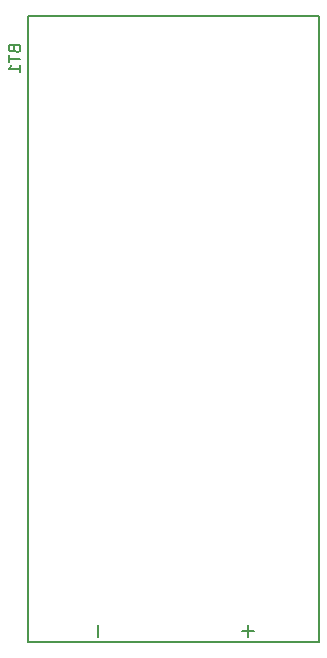
<source format=gbo>
G04 #@! TF.GenerationSoftware,KiCad,Pcbnew,8.0.2*
G04 #@! TF.CreationDate,2024-10-23T21:54:29-05:00*
G04 #@! TF.ProjectId,SAMC21_breakout,53414d43-3231-45f6-9272-65616b6f7574,rev?*
G04 #@! TF.SameCoordinates,Original*
G04 #@! TF.FileFunction,Legend,Bot*
G04 #@! TF.FilePolarity,Positive*
%FSLAX46Y46*%
G04 Gerber Fmt 4.6, Leading zero omitted, Abs format (unit mm)*
G04 Created by KiCad (PCBNEW 8.0.2) date 2024-10-23 21:54:29*
%MOMM*%
%LPD*%
G01*
G04 APERTURE LIST*
%ADD10C,0.150000*%
%ADD11C,0.127000*%
G04 APERTURE END LIST*
D10*
X85879009Y-77552285D02*
X85926628Y-77695142D01*
X85926628Y-77695142D02*
X85974247Y-77742761D01*
X85974247Y-77742761D02*
X86069485Y-77790380D01*
X86069485Y-77790380D02*
X86212342Y-77790380D01*
X86212342Y-77790380D02*
X86307580Y-77742761D01*
X86307580Y-77742761D02*
X86355200Y-77695142D01*
X86355200Y-77695142D02*
X86402819Y-77599904D01*
X86402819Y-77599904D02*
X86402819Y-77218952D01*
X86402819Y-77218952D02*
X85402819Y-77218952D01*
X85402819Y-77218952D02*
X85402819Y-77552285D01*
X85402819Y-77552285D02*
X85450438Y-77647523D01*
X85450438Y-77647523D02*
X85498057Y-77695142D01*
X85498057Y-77695142D02*
X85593295Y-77742761D01*
X85593295Y-77742761D02*
X85688533Y-77742761D01*
X85688533Y-77742761D02*
X85783771Y-77695142D01*
X85783771Y-77695142D02*
X85831390Y-77647523D01*
X85831390Y-77647523D02*
X85879009Y-77552285D01*
X85879009Y-77552285D02*
X85879009Y-77218952D01*
X85402819Y-78076095D02*
X85402819Y-78647523D01*
X86402819Y-78361809D02*
X85402819Y-78361809D01*
X86402819Y-79504666D02*
X86402819Y-78933238D01*
X86402819Y-79218952D02*
X85402819Y-79218952D01*
X85402819Y-79218952D02*
X85545676Y-79123714D01*
X85545676Y-79123714D02*
X85640914Y-79028476D01*
X85640914Y-79028476D02*
X85688533Y-78933238D01*
D11*
X87053000Y-74738000D02*
X111643000Y-74738000D01*
X87053000Y-127718000D02*
X87053000Y-74738000D01*
X92998000Y-127328000D02*
X92998000Y-126328000D01*
X105648000Y-127328000D02*
X105648000Y-126328000D01*
X106148000Y-126828000D02*
X105148000Y-126828000D01*
X111643000Y-74738000D02*
X111643000Y-127718000D01*
X111643000Y-127718000D02*
X87053000Y-127718000D01*
M02*

</source>
